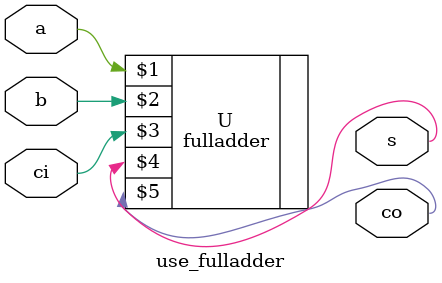
<source format=v>
`timescale 1ns / 1ps


module use_fulladder(
    input a,b,ci,
    output s,co
    );
    fulladder #(3,3,1) U (a,b,ci,s,co);
endmodule

</source>
